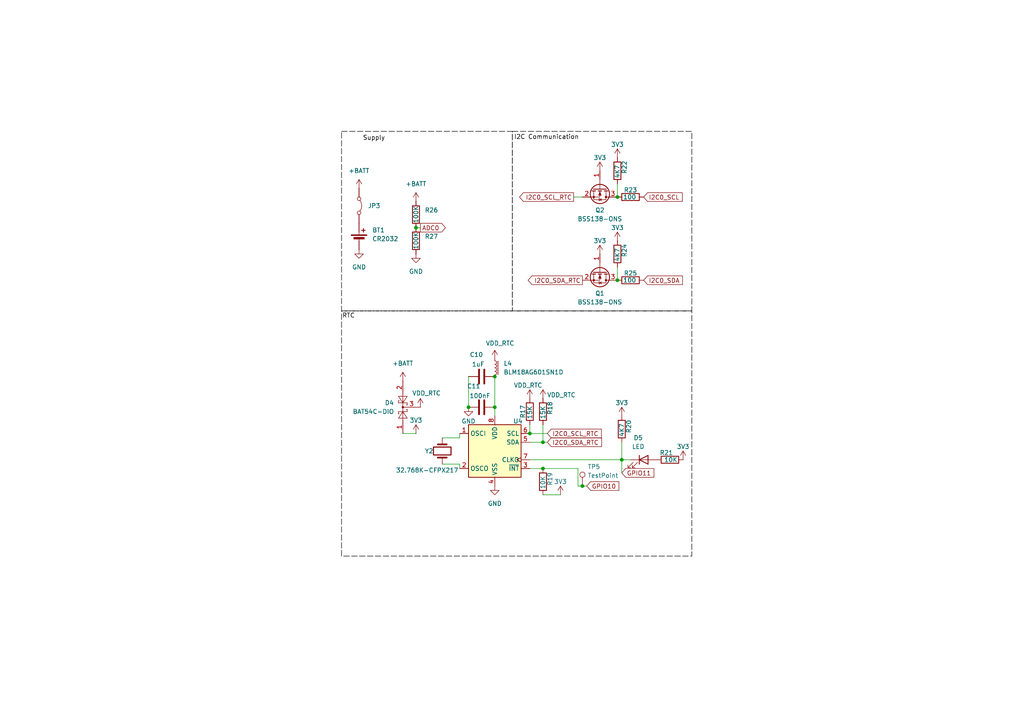
<source format=kicad_sch>
(kicad_sch (version 20250114) (generator "eeschema") (generator_version "9.0")
  (paper "A4")
  (title_block (title "RTC") (date "2025-10-26") (rev "1.0") (company "PKl"))
  (lib_symbols
    (symbol "Connector:TestPoint" (pin_numbers (hide yes)) (pin_names (offset 0.762) (hide yes))
      (property "Reference" "TP" (at 0 6.858 0))
      (property "Value" "TestPoint" (at 0 5.08 0))
      (symbol "TestPoint_0_1"
        (circle (center 0 3.302) (radius 0.762))
      )
      (symbol "TestPoint_1_1"
        (pin passive line (at 0 0 90) (length 2.54) (name "1") (number "1"))
      )
    )
    (symbol "Device:Battery_Cell" (pin_numbers (hide yes)) (pin_names (offset 0) (hide yes))
      (property "Reference" "BT" (at 2.54 2.54 0))
      (property "Value" "Battery_Cell" (at 2.54 0 0))
      (symbol "Battery_Cell_0_1"
        (rectangle (start -2.286 1.778) (end 2.286 1.524) (fill (type outline)))
        (rectangle (start -1.524 1.016) (end 1.524 0.508) (fill (type outline)))
        (polyline (pts (xy 0 1.778) (xy 0 2.54)))
        (polyline (pts (xy 0 0.762) (xy 0 0)))
        (polyline (pts (xy 0.762 3.048) (xy 1.778 3.048)) (stroke (width 0.254)))
        (polyline (pts (xy 1.27 3.556) (xy 1.27 2.54)) (stroke (width 0.254)))
      )
      (symbol "Battery_Cell_1_1"
        (pin passive line (at 0 5.08 270) (length 2.54) (name "+") (number "1"))
        (pin passive line (at 0 -2.54 90) (length 2.54) (name "-") (number "2"))
      )
    )
    (symbol "Device:C" (pin_numbers (hide yes)) (pin_names (offset 0.254))
      (property "Reference" "C" (at 0.635 2.54 0))
      (property "Value" "C" (at 0.635 -2.54 0))
      (symbol "C_0_1"
        (polyline (pts (xy -2.032 0.762) (xy 2.032 0.762)) (stroke (width 0.508)))
        (polyline (pts (xy -2.032 -0.762) (xy 2.032 -0.762)) (stroke (width 0.508)))
      )
      (symbol "C_1_1"
        (pin passive line (at 0 3.81 270) (length 2.794) (name "~") (number "1"))
        (pin passive line (at 0 -3.81 90) (length 2.794) (name "~") (number "2"))
      )
    )
    (symbol "Device:Crystal" (pin_numbers (hide yes)) (pin_names (offset 1.016) (hide yes))
      (property "Reference" "Y" (at 0 3.81 0))
      (property "Value" "Crystal" (at 0 -3.81 0))
      (symbol "Crystal_0_1"
        (polyline (pts (xy -2.54 0) (xy -1.905 0)))
        (polyline (pts (xy -1.905 -1.27) (xy -1.905 1.27)) (stroke (width 0.508)))
        (rectangle (start -1.143 2.54) (end 1.143 -2.54) (stroke (width 0.3048)))
        (polyline (pts (xy 1.905 -1.27) (xy 1.905 1.27)) (stroke (width 0.508)))
        (polyline (pts (xy 2.54 0) (xy 1.905 0)))
      )
      (symbol "Crystal_1_1"
        (pin passive line (at -3.81 0 0) (length 1.27) (name "1") (number "1"))
        (pin passive line (at 3.81 0 180) (length 1.27) (name "2") (number "2"))
      )
    )
    (symbol "Device:LED" (pin_numbers (hide yes)) (pin_names (offset 1.016) (hide yes))
      (property "Reference" "D" (at 0 2.54 0))
      (property "Value" "LED" (at 0 -2.54 0))
      (symbol "LED_0_1"
        (polyline (pts (xy -3.048 -0.762) (xy -4.572 -2.286) (xy -3.81 -2.286) (xy -4.572 -2.286) (xy -4.572 -1.524)))
        (polyline (pts (xy -1.778 -0.762) (xy -3.302 -2.286) (xy -2.54 -2.286) (xy -3.302 -2.286) (xy -3.302 -1.524)))
        (polyline (pts (xy -1.27 0) (xy 1.27 0)))
        (polyline (pts (xy -1.27 -1.27) (xy -1.27 1.27)) (stroke (width 0.254)))
        (polyline (pts (xy 1.27 -1.27) (xy 1.27 1.27) (xy -1.27 0) (xy 1.27 -1.27)) (stroke (width 0.254)))
      )
      (symbol "LED_1_1"
        (pin passive line (at -3.81 0 0) (length 2.54) (name "K") (number "1"))
        (pin passive line (at 3.81 0 180) (length 2.54) (name "A") (number "2"))
      )
    )
    (symbol "Device:L_Ferrite_Small" (pin_numbers (hide yes)) (pin_names (offset 0.254) (hide yes))
      (property "Reference" "L" (at 1.27 1.016 0))
      (property "Value" "L_Ferrite_Small" (at 1.27 -1.27 0))
      (symbol "L_Ferrite_Small_0_1"
        (arc (start 0 2.032) (mid 0.5058 1.524) (end 0 1.016))
        (arc (start 0 1.016) (mid 0.5058 0.508) (end 0 0))
        (arc (start 0 0) (mid 0.5058 -0.508) (end 0 -1.016))
        (arc (start 0 -1.016) (mid 0.5058 -1.524) (end 0 -2.032))
        (polyline (pts (xy 0.762 1.651) (xy 0.762 1.905)))
        (polyline (pts (xy 0.762 1.143) (xy 0.762 1.397)))
        (polyline (pts (xy 0.762 0.635) (xy 0.762 0.889)))
        (polyline (pts (xy 0.762 0.127) (xy 0.762 0.381)))
        (polyline (pts (xy 0.762 -0.381) (xy 0.762 -0.127)))
        (polyline (pts (xy 0.762 -0.889) (xy 0.762 -0.635)))
        (polyline (pts (xy 0.762 -1.397) (xy 0.762 -1.143)))
        (polyline (pts (xy 0.762 -1.905) (xy 0.762 -1.651)))
        (polyline (pts (xy 1.016 1.905) (xy 1.016 1.651)))
        (polyline (pts (xy 1.016 1.397) (xy 1.016 1.143)))
        (polyline (pts (xy 1.016 0.889) (xy 1.016 0.635)))
        (polyline (pts (xy 1.016 0.381) (xy 1.016 0.127)))
        (polyline (pts (xy 1.016 -0.127) (xy 1.016 -0.381)))
        (polyline (pts (xy 1.016 -0.635) (xy 1.016 -0.889)))
        (polyline (pts (xy 1.016 -1.143) (xy 1.016 -1.397)))
        (polyline (pts (xy 1.016 -1.651) (xy 1.016 -1.905)))
      )
      (symbol "L_Ferrite_Small_1_1"
        (pin passive line (at 0 2.54 270) (length 0.508) (name "~") (number "1"))
        (pin passive line (at 0 -2.54 90) (length 0.508) (name "~") (number "2"))
      )
    )
    (symbol "Device:R" (pin_numbers (hide yes)) (pin_names (offset 0))
      (property "Reference" "R" (at 2.032 0 90))
      (property "Value" "R" (at 0 0 90))
      (symbol "R_0_1"
        (rectangle (start -1.016 -2.54) (end 1.016 2.54) (stroke (width 0.254)))
      )
      (symbol "R_1_1"
        (pin passive line (at 0 3.81 270) (length 1.27) (name "~") (number "1"))
        (pin passive line (at 0 -3.81 90) (length 1.27) (name "~") (number "2"))
      )
    )
    (symbol "Diode:BAT54C" (pin_names (offset 1.016))
      (property "Reference" "D" (at 0.635 -3.81 0))
      (property "Value" "BAT54C" (at -6.35 3.175 0))
      (symbol "BAT54C_0_1"
        (polyline (pts (xy -3.175 -1.27) (xy -3.175 1.27) (xy -1.27 0) (xy -3.175 -1.27)))
        (polyline (pts (xy -1.905 1.27) (xy -1.905 1.016)))
        (polyline (pts (xy -1.905 0) (xy 1.905 0)))
        (polyline (pts (xy -1.27 1.27) (xy -1.905 1.27)))
        (polyline (pts (xy -1.27 1.27) (xy -1.27 -1.27)))
        (polyline (pts (xy -1.27 0) (xy -3.81 0)))
        (polyline (pts (xy -1.27 -1.27) (xy -0.635 -1.27)))
        (polyline (pts (xy -0.635 -1.27) (xy -0.635 -1.016)))
        (circle (center 0 0) (radius 0.254) (fill (type outline)))
        (polyline (pts (xy 0.635 -1.27) (xy 0.635 -1.016)))
        (polyline (pts (xy 1.27 1.27) (xy 1.27 -1.27)))
        (polyline (pts (xy 1.27 1.27) (xy 1.905 1.27)))
        (polyline (pts (xy 1.27 -1.27) (xy 0.635 -1.27)))
        (polyline (pts (xy 1.905 1.27) (xy 1.905 1.016)))
        (polyline (pts (xy 3.175 -1.27) (xy 3.175 1.27) (xy 1.27 0) (xy 3.175 -1.27)))
        (polyline (pts (xy 3.81 0) (xy 1.27 0)))
      )
      (symbol "BAT54C_1_1"
        (pin passive line (at -7.62 0 0) (length 3.81) (name "~") (number "1"))
        (pin passive line (at 0 -5.08 90) (length 5.08) (name "~") (number "3"))
        (pin passive line (at 7.62 0 180) (length 3.81) (name "~") (number "2"))
      )
    )
    (symbol "Jumper:Jumper_2_Bridged" (pin_numbers (hide yes)) (pin_names (offset 0) (hide yes))
      (property "Reference" "JP" (at 0 1.905 0))
      (property "Value" "Jumper_2_Bridged" (at 0 -2.54 0))
      (symbol "Jumper_2_Bridged_0_0"
        (circle (center -2.032 0) (radius 0.508))
        (circle (center 2.032 0) (radius 0.508))
      )
      (symbol "Jumper_2_Bridged_0_1"
        (arc (start -1.524 0.254) (mid 0 0.762) (end 1.524 0.254))
      )
      (symbol "Jumper_2_Bridged_1_1"
        (pin passive line (at -5.08 0 0) (length 2.54) (name "A") (number "1"))
        (pin passive line (at 5.08 0 180) (length 2.54) (name "B") (number "2"))
      )
    )
    (symbol "Timer_RTC:PCF8563T"
      (property "Reference" "U" (at -7.62 8.89 0))
      (property "Value" "PCF8563T" (at 2.54 8.89 0))
      (symbol "PCF8563T_0_1"
        (rectangle (start -7.62 7.62) (end 7.62 -7.62) (stroke (width 0.254)) (fill (type background)))
      )
      (symbol "PCF8563T_1_1"
        (pin input line (at -10.16 5.08 0) (length 2.54) (name "OSCI") (number "1"))
        (pin output line (at -10.16 -5.08 0) (length 2.54) (name "OSCO") (number "2"))
        (pin power_in line (at 0 10.16 270) (length 2.54) (name "VDD") (number "8"))
        (pin power_in line (at 0 -10.16 90) (length 2.54) (name "VSS") (number "4"))
        (pin input line (at 10.16 5.08 180) (length 2.54) (name "SCL") (number "6"))
        (pin bidirectional line (at 10.16 2.54 180) (length 2.54) (name "SDA") (number "5"))
        (pin output clock (at 10.16 -2.54 180) (length 2.54) (name "CLKO") (number "7"))
        (pin output line (at 10.16 -5.08 180) (length 2.54) (name "~{INT}") (number "3"))
      )
    )
    (symbol "Transistor_FET:BSS138" (pin_names (offset 0) (hide yes))
      (property "Reference" "Q" (at 5.08 1.905 0))
      (property "Value" "BSS138" (at 5.08 0 0))
      (symbol "BSS138_0_1"
        (polyline (pts (xy 0.254 1.905) (xy 0.254 -1.905)) (stroke (width 0.254)))
        (polyline (pts (xy 0.254 0) (xy -2.54 0)))
        (polyline (pts (xy 0.762 2.286) (xy 0.762 1.27)) (stroke (width 0.254)))
        (polyline (pts (xy 0.762 0.508) (xy 0.762 -0.508)) (stroke (width 0.254)))
        (polyline (pts (xy 0.762 -1.27) (xy 0.762 -2.286)) (stroke (width 0.254)))
        (polyline (pts (xy 0.762 -1.778) (xy 3.302 -1.778) (xy 3.302 1.778) (xy 0.762 1.778)))
        (polyline (pts (xy 1.016 0) (xy 2.032 0.381) (xy 2.032 -0.381) (xy 1.016 0)) (fill (type outline)))
        (circle (center 1.651 0) (radius 2.794) (stroke (width 0.254)))
        (polyline (pts (xy 2.54 2.54) (xy 2.54 1.778)))
        (circle (center 2.54 1.778) (radius 0.254) (fill (type outline)))
        (circle (center 2.54 -1.778) (radius 0.254) (fill (type outline)))
        (polyline (pts (xy 2.54 -2.54) (xy 2.54 0) (xy 0.762 0)))
        (polyline (pts (xy 2.921 0.381) (xy 3.683 0.381)))
        (polyline (pts (xy 3.302 0.381) (xy 2.921 -0.254) (xy 3.683 -0.254) (xy 3.302 0.381)))
      )
      (symbol "BSS138_1_1"
        (pin input line (at -5.08 0 0) (length 2.54) (name "G") (number "1"))
        (pin passive line (at 2.54 5.08 270) (length 2.54) (name "D") (number "3"))
        (pin passive line (at 2.54 -5.08 90) (length 2.54) (name "S") (number "2"))
      )
    )
    (symbol "power:+3.3V" (power) (pin_numbers (hide yes)) (pin_names (offset 0) (hide yes))
      (property "Value" "+3.3V" (at 0 3.556 0))
      (symbol "+3.3V_0_1"
        (polyline (pts (xy -0.762 1.27) (xy 0 2.54)))
        (polyline (pts (xy 0 2.54) (xy 0.762 1.27)))
        (polyline (pts (xy 0 0) (xy 0 2.54)))
      )
      (symbol "+3.3V_1_1"
        (pin power_in line (at 0 0 90) (length 0) (name "~") (number "1"))
      )
    )
    (symbol "power:+BATT" (power) (pin_numbers (hide yes)) (pin_names (offset 0) (hide yes))
      (property "Value" "+BATT" (at 0 3.556 0))
      (symbol "+BATT_0_1"
        (polyline (pts (xy -0.762 1.27) (xy 0 2.54)))
        (polyline (pts (xy 0 2.54) (xy 0.762 1.27)))
        (polyline (pts (xy 0 0) (xy 0 2.54)))
      )
      (symbol "+BATT_1_1"
        (pin power_in line (at 0 0 90) (length 0) (name "~") (number "1"))
      )
    )
    (symbol "power:GND" (power) (pin_numbers (hide yes)) (pin_names (offset 0) (hide yes))
      (property "Value" "GND" (at 0 -3.81 0))
      (symbol "GND_0_1"
        (polyline (pts (xy 0 0) (xy 0 -1.27) (xy 1.27 -1.27) (xy 0 -2.54) (xy -1.27 -1.27) (xy 0 -1.27)))
      )
      (symbol "GND_1_1"
        (pin power_in line (at 0 0 270) (length 0) (name "~") (number "1"))
      )
    )
  )
  (rectangle (start 148.59 38.1) (end 200.66 90.17) (stroke (width 0) (type dash) (color 0 0 0 1)))
  (rectangle (start 99.06 38.1) (end 148.59 90.17) (stroke (width 0) (type dash) (color 0 0 0 1)))
  (rectangle (start 99.06 90.17) (end 200.66 161.29) (stroke (width 0) (type dash) (color 0 0 0 1)))
  (text "I2C Communication" (at 158.496 39.878 0) (effects (font (size 1.27 1.27))))
  (text "Supply" (at 108.458 40.132 0) (effects (font (size 1.27 1.27))))
  (text "RTC" (at 101.092 91.694 0) (effects (font (size 1.27 1.27))))
  (junction (at 120.65 66.04))
  (junction (at 179.07 81.28))
  (junction (at 143.51 118.11))
  (junction (at 180.34 133.35))
  (junction (at 179.07 57.15))
  (junction (at 157.48 128.27))
  (junction (at 135.89 118.11))
  (junction (at 153.67 125.73))
  (junction (at 157.48 135.89))
  (junction (at 143.51 109.22))
  (junction (at 168.91 140.97))
  (wire (pts (xy 135.89 109.22) (xy 135.89 118.11)))
  (wire (pts (xy 167.64 135.89) (xy 157.48 135.89)))
  (wire (pts (xy 116.84 125.73) (xy 120.65 125.73)))
  (wire (pts (xy 166.37 57.15) (xy 168.91 57.15)))
  (wire (pts (xy 153.67 125.73) (xy 158.75 125.73)))
  (wire (pts (xy 121.92 66.04) (xy 120.65 66.04)))
  (wire (pts (xy 157.48 123.19) (xy 157.48 128.27)))
  (wire (pts (xy 133.35 134.62) (xy 133.35 135.89)))
  (wire (pts (xy 153.67 123.19) (xy 153.67 125.73)))
  (wire (pts (xy 153.67 133.35) (xy 180.34 133.35)))
  (wire (pts (xy 157.48 128.27) (xy 158.75 128.27)))
  (wire (pts (xy 128.27 127) (xy 133.35 127)))
  (wire (pts (xy 180.34 137.16) (xy 180.34 133.35)))
  (wire (pts (xy 153.67 135.89) (xy 157.48 135.89)))
  (wire (pts (xy 168.91 140.97) (xy 167.64 140.97)))
  (wire (pts (xy 180.34 128.27) (xy 180.34 133.35)))
  (wire (pts (xy 170.18 140.97) (xy 168.91 140.97)))
  (wire (pts (xy 179.07 53.34) (xy 179.07 57.15)))
  (wire (pts (xy 133.35 127) (xy 133.35 125.73)))
  (wire (pts (xy 157.48 143.51) (xy 162.56 143.51)))
  (wire (pts (xy 143.51 118.11) (xy 143.51 120.65)))
  (wire (pts (xy 128.27 134.62) (xy 133.35 134.62)))
  (wire (pts (xy 180.34 133.35) (xy 182.88 133.35)))
  (wire (pts (xy 153.67 128.27) (xy 157.48 128.27)))
  (wire (pts (xy 143.51 109.22) (xy 143.51 118.11)))
  (wire (pts (xy 179.07 77.47) (xy 179.07 81.28)))
  (wire (pts (xy 167.64 140.97) (xy 167.64 135.89)))
  (global_label "I2C0_SDA_RTC" (shape output) (at 168.91 81.28 180) (property "Intersheetrefs" "${INTERSHEET_REFS}" (effects (hide yes))))
  (global_label "GPIO11" (shape input) (at 180.34 137.16 0) (property "Intersheetrefs" "${INTERSHEET_REFS}" (effects (hide yes))))
  (global_label "ADC0" (shape output) (at 121.92 66.04 0) (property "Intersheetrefs" "${INTERSHEET_REFS}" (effects (hide yes))))
  (global_label "I2C0_SCL" (shape input) (at 186.69 57.15 0) (property "Intersheetrefs" "${INTERSHEET_REFS}" (effects (hide yes))))
  (global_label "I2C0_SCL_RTC" (shape input) (at 158.75 125.73 0) (property "Intersheetrefs" "${INTERSHEET_REFS}" (effects (hide yes))))
  (global_label "GPIO10" (shape input) (at 170.18 140.97 0) (property "Intersheetrefs" "${INTERSHEET_REFS}" (effects (hide yes))))
  (global_label "I2C0_SCL_RTC" (shape output) (at 166.37 57.15 180) (property "Intersheetrefs" "${INTERSHEET_REFS}" (effects (hide yes))))
  (global_label "I2C0_SDA" (shape input) (at 186.69 81.28 0) (property "Intersheetrefs" "${INTERSHEET_REFS}" (effects (hide yes))))
  (global_label "I2C0_SDA_RTC" (shape input) (at 158.75 128.27 0) (property "Intersheetrefs" "${INTERSHEET_REFS}" (effects (hide yes))))
  (symbol (lib_id "power:GND") (at 135.89 118.11 0) (unit 1)
    (property "Reference" "#PWR024" (effects (hide yes)))
    (property "Value" "GND" (at 135.89 122.174 0))
    (property "Description" "Power symbol creates a global label with name \"GND\" , ground" (effects (hide yes)))
  )
  (symbol (lib_id "power:+BATT") (at 120.65 58.42 0) (unit 1)
    (property "Reference" "#+BATT01" (effects (hide yes)))
    (property "Value" "+BATT" (at 120.65 53.34 0))
    (property "Description" "Power symbol creates a global label with name \"+BATT\"" (effects (hide yes)))
  )
  (symbol (lib_id "Transistor_FET:BSS138") (at 173.99 78.74 270) (unit 1)
    (property "Reference" "Q1" (at 173.99 85.09 90))
    (property "Value" "BSS138-ONS" (at 173.99 87.63 90))
    (property "Footprint" "Package_TO_SOT_SMD:SOT-23" (effects (hide yes)))
    (property "Datasheet" "https://www.onsemi.com/pub/Collateral/BSS138-D.PDF" (effects (hide yes)))
    (property "Description" "50V Vds, 0.22A Id, N-Channel MOSFET, SOT-23" (effects (hide yes)))
  )
  (symbol (lib_id "Diode:BAT54C") (at 116.84 118.11 90) (unit 1)
    (property "Reference" "D4" (at 114.3 116.8399 90) (effects (justify left)))
    (property "Value" "BAT54C-DIO" (at 114.3 119.3799 90) (effects (justify left)))
    (property "Footprint" "Package_TO_SOT_SMD:SOT-23" (effects (hide yes)))
    (property "Datasheet" "http://www.diodes.com/_files/datasheets/ds11005.pdf" (effects (hide yes)))
    (property "Description" "dual schottky barrier diode, common cathode" (effects (hide yes)))
  )
  (symbol (lib_id "power:+3.3V") (at 162.56 143.51 0) (unit 1)
    (property "Reference" "#PWR023" (effects (hide yes)))
    (property "Value" "3V3" (at 162.56 139.7 0))
    (property "Description" "Power symbol creates a global label with name \"+3.3V\"" (effects (hide yes)))
  )
  (symbol (lib_id "power:+3.3V") (at 179.07 45.72 0) (unit 1)
    (property "Reference" "#PWR031" (effects (hide yes)))
    (property "Value" "3V3" (at 179.07 41.91 0))
    (property "Description" "Power symbol creates a global label with name \"+3.3V\"" (effects (hide yes)))
  )
  (symbol (lib_id "Device:R") (at 179.07 73.66 0) (unit 1)
    (property "Reference" "R24" (at 181.102 72.644 90))
    (property "Value" "4K7" (at 179.07 73.914 90))
    (property "Footprint" "Resistor_SMD:R_0805_2012Metric" (effects (hide yes)))
    (property "Description" "Resistor" (effects (hide yes)))
  )
  (symbol (lib_id "Device:R") (at 157.48 139.7 0) (unit 1)
    (property "Reference" "R19" (at 159.512 138.938 90))
    (property "Value" "10K" (at 157.48 139.954 90))
    (property "Footprint" "Resistor_SMD:R_0805_2012Metric" (effects (hide yes)))
    (property "Description" "Resistor" (effects (hide yes)))
  )
  (symbol (lib_id "power:+3.3V") (at 173.99 73.66 0) (unit 1)
    (property "Reference" "#PWR026" (effects (hide yes)))
    (property "Value" "3V3" (at 173.99 69.85 0))
    (property "Description" "Power symbol creates a global label with name \"+3.3V\"" (effects (hide yes)))
  )
  (symbol (lib_id "Device:L_Ferrite_Small") (at 143.51 106.68 0) (unit 1)
    (property "Reference" "L4" (at 146.05 105.4099 0) (effects (justify left)))
    (property "Value" "BLM18AG601SN1D" (at 146.05 107.9499 0) (effects (justify left)))
    (property "Footprint" "Inductor_SMD:L_0603_1608Metric" (effects (hide yes)))
    (property "Description" "Inductor with ferrite core, small symbol" (effects (hide yes)))
  )
  (symbol (lib_id "Connector:TestPoint") (at 168.91 140.97 0) (unit 1)
    (property "Reference" "TP5" (at 170.434 135.382 0) (effects (justify left)))
    (property "Value" "TestPoint" (at 170.434 137.922 0) (effects (justify left)))
    (property "Footprint" "TestPoint:TestPoint_Pad_2.0x2.0mm" (effects (hide yes)))
    (property "Description" "test point" (effects (hide yes)))
  )
  (symbol (lib_id "Timer_RTC:PCF8563T") (at 143.51 130.81 0) (unit 1)
    (property "Reference" "U4" (at 148.844 122.174 0) (effects (justify left)))
    (property "Value" "PCF8563T" (effects (hide yes)))
    (property "Footprint" "Package_SO:SOIC-8_3.9x4.9mm_P1.27mm" (effects (hide yes)))
    (property "Datasheet" "https://www.nxp.com/docs/en/data-sheet/PCF8563.pdf" (effects (hide yes)))
    (property "Description" "Realtime Clock/Calendar I2C Interface, SOIC-8" (effects (hide yes)))
  )
  (symbol (lib_id "Device:R") (at 180.34 124.46 0) (unit 1)
    (property "Reference" "R20" (at 182.372 123.698 90))
    (property "Value" "4K7" (at 180.34 124.714 90))
    (property "Footprint" "Resistor_SMD:R_0805_2012Metric" (effects (hide yes)))
    (property "Description" "Resistor" (effects (hide yes)))
  )
  (symbol (lib_id "power:GND") (at 120.65 73.66 0) (unit 1)
    (property "Reference" "#PWR028" (effects (hide yes)))
    (property "Value" "GND" (at 120.65 78.74 0))
    (property "Description" "Power symbol creates a global label with name \"GND\" , ground" (effects (hide yes)))
  )
  (symbol (lib_id "Device:R") (at 182.88 81.28 270) (unit 1)
    (property "Reference" "R25" (at 182.88 79.248 90))
    (property "Value" "100" (at 182.626 81.28 90))
    (property "Footprint" "Resistor_SMD:R_0805_2012Metric" (effects (hide yes)))
    (property "Description" "Resistor" (effects (hide yes)))
  )
  (symbol (lib_id "Device:Crystal") (at 128.27 130.81 90) (unit 1)
    (property "Reference" "Y2" (at 123.19 130.81 90) (effects (justify right)))
    (property "Value" "32.768K-CFPX217" (at 114.808 136.398 90) (effects (justify right)))
    (property "Footprint" "Crystal:Crystal_SMD_3215-2Pin_3.2x1.5mm" (effects (hide yes)))
    (property "Description" "Two pin crystal" (effects (hide yes)))
  )
  (symbol (lib_id "Device:R") (at 194.31 133.35 90) (unit 1)
    (property "Reference" "R21" (at 193.294 131.318 90))
    (property "Value" "10K" (at 194.564 133.35 90))
    (property "Footprint" "Resistor_SMD:R_0805_2012Metric" (effects (hide yes)))
    (property "Description" "Resistor" (effects (hide yes)))
  )
  (symbol (lib_id "Device:Battery_Cell") (at 104.14 69.85 0) (unit 1)
    (property "Reference" "BT1" (at 107.95 66.7384 0) (effects (justify left)))
    (property "Value" "CR2032" (at 107.95 69.2784 0) (effects (justify left)))
    (property "Footprint" "Battery:BatteryHolder_Keystone_104_1x23mm" (effects (hide yes)))
    (property "Description" "Single-cell battery" (effects (hide yes)))
  )
  (symbol (lib_id "Device:R") (at 182.88 57.15 270) (unit 1)
    (property "Reference" "R23" (at 182.88 55.118 90))
    (property "Value" "100" (at 182.626 57.15 90))
    (property "Footprint" "Resistor_SMD:R_0805_2012Metric" (effects (hide yes)))
    (property "Description" "Resistor" (effects (hide yes)))
  )
  (symbol (lib_id "power:+BATT") (at 116.84 110.49 0) (unit 1)
    (property "Reference" "#+BATT02" (effects (hide yes)))
    (property "Value" "+BATT" (at 116.84 105.41 0))
    (property "Description" "Power symbol creates a global label with name \"+BATT\"" (effects (hide yes)))
  )
  (symbol (lib_id "power:+3.3V") (at 157.48 115.57 0) (unit 1)
    (property "Reference" "#PWR020" (effects (hide yes)))
    (property "Value" "VDD_RTC" (at 162.814 114.554 0))
    (property "Description" "Power symbol creates a global label with name \"+3.3V\"" (effects (hide yes)))
  )
  (symbol (lib_id "power:+3.3V") (at 121.92 118.11 0) (unit 1)
    (property "Reference" "#PWR029" (effects (hide yes)))
    (property "Value" "VDD_RTC" (at 123.698 114.046 0))
    (property "Description" "Power symbol creates a global label with name \"+3.3V\"" (effects (hide yes)))
  )
  (symbol (lib_id "Device:R") (at 120.65 62.23 0) (unit 1)
    (property "Reference" "R26" (at 123.19 60.9599 0) (effects (justify left)))
    (property "Value" "100K" (at 120.65 64.77 90) (effects (justify left)))
    (property "Footprint" "Resistor_SMD:R_0805_2012Metric" (effects (hide yes)))
    (property "Description" "Resistor" (effects (hide yes)))
  )
  (symbol (lib_id "Device:R") (at 120.65 69.85 0) (unit 1)
    (property "Reference" "R27" (at 123.19 68.5799 0) (effects (justify left)))
    (property "Value" "100K" (at 120.65 72.39 90) (effects (justify left)))
    (property "Footprint" "Resistor_SMD:R_0805_2012Metric" (effects (hide yes)))
    (property "Description" "Resistor" (effects (hide yes)))
  )
  (symbol (lib_id "Jumper:Jumper_2_Bridged") (at 104.14 59.69 270) (unit 1)
    (property "Reference" "JP3" (at 106.68 59.6899 90) (effects (justify left)))
    (property "Value" "Jumper_2_Bridged" (effects (hide yes)))
    (property "Footprint" "Connector_PinHeader_2.54mm:PinHeader_1x02_P2.54mm_Vertical" (effects (hide yes)))
    (property "Description" "Jumper, 2-pole, closed/bridged" (effects (hide yes)))
  )
  (symbol (lib_id "power:+BATT") (at 104.14 54.61 0) (unit 1)
    (property "Reference" "#+BATT03" (effects (hide yes)))
    (property "Value" "+BATT" (at 104.14 49.53 0))
    (property "Description" "Power symbol creates a global label with name \"+BATT\"" (effects (hide yes)))
  )
  (symbol (lib_id "power:+3.3V") (at 120.65 125.73 0) (unit 1)
    (property "Reference" "#PWR018" (effects (hide yes)))
    (property "Value" "3V3" (at 120.65 121.92 0))
    (property "Description" "Power symbol creates a global label with name \"+3.3V\"" (effects (hide yes)))
  )
  (symbol (lib_id "power:+3.3V") (at 143.51 104.14 0) (unit 1)
    (property "Reference" "#PWR027" (effects (hide yes)))
    (property "Value" "VDD_RTC" (at 145.034 99.568 0))
    (property "Description" "Power symbol creates a global label with name \"+3.3V\"" (effects (hide yes)))
  )
  (symbol (lib_id "Device:C") (at 139.7 109.22 270) (unit 1)
    (property "Reference" "C10" (at 138.176 102.87 90))
    (property "Value" "1uF" (at 138.684 105.664 90))
    (property "Footprint" "Capacitor_SMD:C_0603_1608Metric" (effects (hide yes)))
    (property "Description" "Unpolarized capacitor" (effects (hide yes)))
  )
  (symbol (lib_id "power:+3.3V") (at 179.07 69.85 0) (unit 1)
    (property "Reference" "#PWR032" (effects (hide yes)))
    (property "Value" "3V3" (at 179.07 66.04 0))
    (property "Description" "Power symbol creates a global label with name \"+3.3V\"" (effects (hide yes)))
  )
  (symbol (lib_id "Device:R") (at 153.67 119.38 0) (unit 1)
    (property "Reference" "R17" (at 151.638 119.38 90))
    (property "Value" "15K" (at 153.67 119.634 90))
    (property "Footprint" "Resistor_SMD:R_0805_2012Metric" (effects (hide yes)))
    (property "Description" "Resistor" (effects (hide yes)))
  )
  (symbol (lib_id "power:GND") (at 143.51 140.97 0) (unit 1)
    (property "Reference" "#PWR025" (effects (hide yes)))
    (property "Value" "GND" (at 143.51 146.05 0))
    (property "Description" "Power symbol creates a global label with name \"GND\" , ground" (effects (hide yes)))
  )
  (symbol (lib_id "power:+3.3V") (at 173.99 49.53 0) (unit 1)
    (property "Reference" "#PWR030" (effects (hide yes)))
    (property "Value" "3V3" (at 173.99 45.72 0))
    (property "Description" "Power symbol creates a global label with name \"+3.3V\"" (effects (hide yes)))
  )
  (symbol (lib_id "power:+3.3V") (at 153.67 115.57 0) (unit 1)
    (property "Reference" "#PWR019" (effects (hide yes)))
    (property "Value" "VDD_RTC" (at 153.162 111.76 0))
    (property "Description" "Power symbol creates a global label with name \"+3.3V\"" (effects (hide yes)))
  )
  (symbol (lib_id "Device:LED") (at 186.69 133.35 0) (unit 1)
    (property "Reference" "D5" (at 185.1025 127 0))
    (property "Value" "LED" (at 185.1025 129.54 0))
    (property "Footprint" "LED_SMD:LED_0805_2012Metric" (effects (hide yes)))
    (property "Description" "Light emitting diode" (effects (hide yes)))
    (property "Sim.Pins" "1=K 2=A" (effects (hide yes)))
  )
  (symbol (lib_id "power:GND") (at 104.14 72.39 0) (unit 1)
    (property "Reference" "#PWR035" (effects (hide yes)))
    (property "Value" "GND" (at 104.14 77.47 0))
    (property "Description" "Power symbol creates a global label with name \"GND\" , ground" (effects (hide yes)))
  )
  (symbol (lib_id "power:+3.3V") (at 198.12 133.35 0) (unit 1)
    (property "Reference" "#PWR021" (effects (hide yes)))
    (property "Value" "3V3" (at 198.12 129.54 0))
    (property "Description" "Power symbol creates a global label with name \"+3.3V\"" (effects (hide yes)))
  )
  (symbol (lib_id "power:+3.3V") (at 180.34 120.65 0) (unit 1)
    (property "Reference" "#PWR022" (effects (hide yes)))
    (property "Value" "3V3" (at 180.34 116.84 0))
    (property "Description" "Power symbol creates a global label with name \"+3.3V\"" (effects (hide yes)))
  )
  (symbol (lib_id "Device:C") (at 139.7 118.11 270) (unit 1)
    (property "Reference" "C11" (at 137.414 112.014 90))
    (property "Value" "100nF" (at 139.192 114.808 90))
    (property "Footprint" "Capacitor_SMD:C_0805_2012Metric" (effects (hide yes)))
    (property "Description" "Unpolarized capacitor" (effects (hide yes)))
  )
  (symbol (lib_id "Device:R") (at 179.07 49.53 0) (unit 1)
    (property "Reference" "R22" (at 181.102 48.514 90))
    (property "Value" "4K7" (at 179.07 49.784 90))
    (property "Footprint" "Resistor_SMD:R_0805_2012Metric" (effects (hide yes)))
    (property "Description" "Resistor" (effects (hide yes)))
  )
  (symbol (lib_id "Transistor_FET:BSS138") (at 173.99 54.61 270) (unit 1)
    (property "Reference" "Q2" (at 173.99 60.96 90))
    (property "Value" "BSS138-ONS" (at 173.99 63.5 90))
    (property "Footprint" "Package_TO_SOT_SMD:SOT-23" (effects (hide yes)))
    (property "Datasheet" "https://www.onsemi.com/pub/Collateral/BSS138-D.PDF" (effects (hide yes)))
    (property "Description" "50V Vds, 0.22A Id, N-Channel MOSFET, SOT-23" (effects (hide yes)))
  )
  (symbol (lib_id "Device:R") (at 157.48 119.38 0) (unit 1)
    (property "Reference" "R18" (at 159.512 118.364 90))
    (property "Value" "15K" (at 157.48 119.634 90))
    (property "Footprint" "Resistor_SMD:R_0805_2012Metric" (effects (hide yes)))
    (property "Description" "Resistor" (effects (hide yes)))
  )
)
</source>
